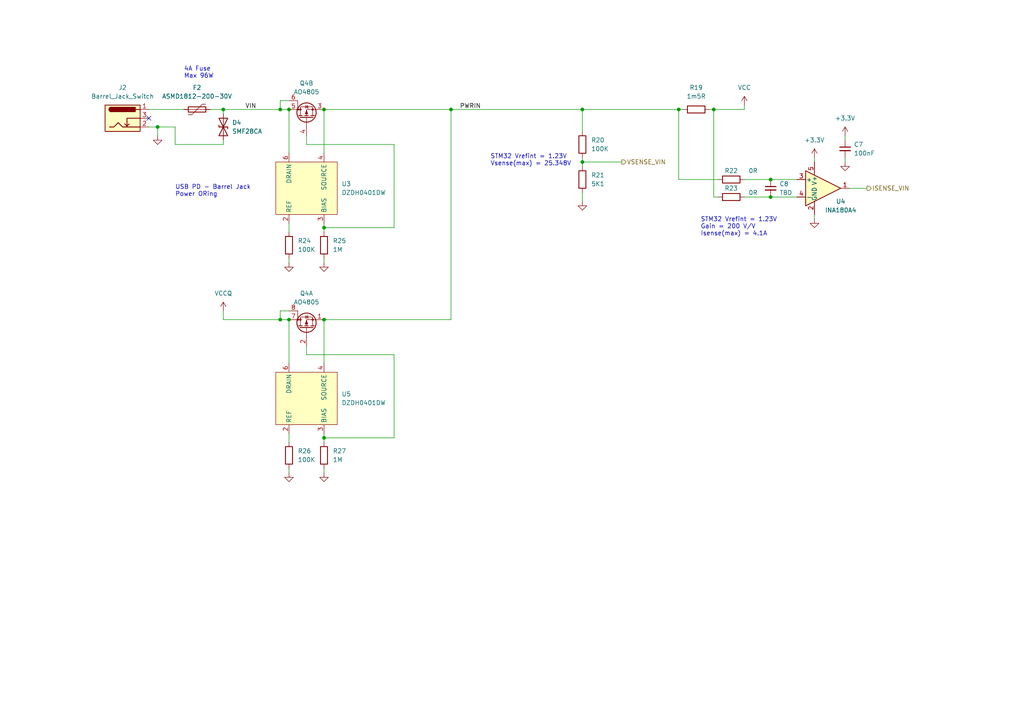
<source format=kicad_sch>
(kicad_sch (version 20211123) (generator eeschema)
  (paper "A4")
  (title_block (title "Dual Rail Breadboard Power Supply") (date "2023-06-11") (rev "1") (company "Sleepy Pony Labs"))
  (lib_symbols
    (symbol "Amplifier_Current:INA180A4" (pin_names (offset 0.127))
      (property "Reference" "U" (at 3.81 3.81 0))
      (property "Value" "INA180A4" (at 3.81 -2.54 0))
      (symbol "INA180A4_0_1"
        (polyline (pts (xy 5.08 0) (xy -5.08 5.08) (xy -5.08 -5.08) (xy 5.08 0)) (stroke (width 0.254)) (fill (type background)))
      )
      (symbol "INA180A4_1_1"
        (pin output line (at 7.62 0 180) (length 2.54) (name "~") (number "1"))
        (pin power_in line (at -2.54 -7.62 90) (length 3.81) (name "GND") (number "2"))
        (pin input line (at -7.62 2.54 0) (length 2.54) (name "+") (number "3"))
        (pin input line (at -7.62 -2.54 0) (length 2.54) (name "-") (number "4"))
        (pin power_in line (at -2.54 7.62 270) (length 3.81) (name "V+") (number "5"))
      )
    )
    (symbol "Connector:Barrel_Jack_Switch" (pin_names hide)
      (property "Reference" "J" (at 0 5.334 0))
      (property "Value" "Barrel_Jack_Switch" (at 0 -5.08 0))
      (symbol "Barrel_Jack_Switch_0_1"
        (rectangle (start -5.08 3.81) (end 5.08 -3.81) (stroke (width 0.254)) (fill (type background)))
        (arc (start -3.302 3.175) (mid -3.937 2.54) (end -3.302 1.905) (stroke (width 0.254)))
        (arc (start -3.302 3.175) (mid -3.937 2.54) (end -3.302 1.905) (stroke (width 0.254)) (fill (type outline)))
        (polyline (pts (xy 1.27 -2.286) (xy 1.905 -1.651)) (stroke (width 0.254)))
        (polyline (pts (xy 5.08 2.54) (xy 3.81 2.54)) (stroke (width 0.254)))
        (polyline (pts (xy 5.08 0) (xy 1.27 0) (xy 1.27 -2.286) (xy 0.635 -1.651)) (stroke (width 0.254)))
        (polyline (pts (xy -3.81 -2.54) (xy -2.54 -2.54) (xy -1.27 -1.27) (xy 0 -2.54) (xy 2.54 -2.54) (xy 5.08 -2.54)) (stroke (width 0.254)))
        (rectangle (start 3.683 3.175) (end -3.302 1.905) (stroke (width 0.254)) (fill (type outline)))
      )
      (symbol "Barrel_Jack_Switch_1_1"
        (pin passive line (at 7.62 2.54 180) (length 2.54) (name "~") (number "1"))
        (pin passive line (at 7.62 -2.54 180) (length 2.54) (name "~") (number "2"))
        (pin passive line (at 7.62 0 180) (length 2.54) (name "~") (number "3"))
      )
    )
    (symbol "Device:C_Small" (pin_numbers hide) (pin_names (offset 0.254) hide)
      (property "Reference" "C" (at 0.254 1.778 0))
      (property "Value" "C_Small" (at 0.254 -2.032 0))
      (symbol "C_Small_0_1"
        (polyline (pts (xy -1.524 -0.508) (xy 1.524 -0.508)) (stroke (width 0.3302)))
        (polyline (pts (xy -1.524 0.508) (xy 1.524 0.508)) (stroke (width 0.3048)))
      )
      (symbol "C_Small_1_1"
        (pin passive line (at 0 2.54 270) (length 2.032) (name "~") (number "1"))
        (pin passive line (at 0 -2.54 90) (length 2.032) (name "~") (number "2"))
      )
    )
    (symbol "Device:D_TVS" (pin_numbers hide) (pin_names (offset 1.016) hide)
      (property "Reference" "D" (at 0 2.54 0))
      (property "Value" "D_TVS" (at 0 -2.54 0))
      (symbol "D_TVS_0_1"
        (polyline (pts (xy 1.27 0) (xy -1.27 0)))
        (polyline (pts (xy 0.508 1.27) (xy 0 1.27) (xy 0 -1.27) (xy -0.508 -1.27)) (stroke (width 0.254)))
        (polyline (pts (xy -2.54 1.27) (xy -2.54 -1.27) (xy 2.54 1.27) (xy 2.54 -1.27) (xy -2.54 1.27)) (stroke (width 0.254)))
      )
      (symbol "D_TVS_1_1"
        (pin passive line (at -3.81 0 0) (length 2.54) (name "A1") (number "1"))
        (pin passive line (at 3.81 0 180) (length 2.54) (name "A2") (number "2"))
      )
    )
    (symbol "Device:Polyfuse" (pin_numbers hide) (pin_names (offset 0))
      (property "Reference" "F" (at -2.54 0 90))
      (property "Value" "Polyfuse" (at 2.54 0 90))
      (symbol "Polyfuse_0_1"
        (rectangle (start -0.762 2.54) (end 0.762 -2.54) (stroke (width 0.254)))
        (polyline (pts (xy 0 2.54) (xy 0 -2.54)))
        (polyline (pts (xy -1.524 2.54) (xy -1.524 1.524) (xy 1.524 -1.524) (xy 1.524 -2.54)))
      )
      (symbol "Polyfuse_1_1"
        (pin passive line (at 0 3.81 270) (length 1.27) (name "~") (number "1"))
        (pin passive line (at 0 -3.81 90) (length 1.27) (name "~") (number "2"))
      )
    )
    (symbol "Device:Q_Dual_PMOS_S1G1S2G2D2D2D1D1" (pin_names (offset 0) hide)
      (property "Reference" "Q" (at 6.35 1.27 0))
      (property "Value" "Q_Dual_PMOS_S1G1S2G2D2D2D1D1" (at 21.59 -1.27 0))
      (symbol "Q_Dual_PMOS_S1G1S2G2D2D2D1D1_0_1"
        (polyline (pts (xy 0.254 0) (xy -2.54 0)))
        (polyline (pts (xy 0.254 1.905) (xy 0.254 -1.905)) (stroke (width 0.254)))
        (polyline (pts (xy 0.762 -1.27) (xy 0.762 -2.286)) (stroke (width 0.254)))
        (polyline (pts (xy 0.762 0.508) (xy 0.762 -0.508)) (stroke (width 0.254)))
        (polyline (pts (xy 0.762 2.286) (xy 0.762 1.27)) (stroke (width 0.254)))
        (polyline (pts (xy 2.54 2.54) (xy 2.54 1.778)))
        (polyline (pts (xy 2.54 -2.54) (xy 2.54 0) (xy 0.762 0)))
        (polyline (pts (xy 0.762 1.778) (xy 3.302 1.778) (xy 3.302 -1.778) (xy 0.762 -1.778)))
        (polyline (pts (xy 2.286 0) (xy 1.27 0.381) (xy 1.27 -0.381) (xy 2.286 0)) (fill (type outline)))
        (polyline (pts (xy 2.794 -0.508) (xy 2.921 -0.381) (xy 3.683 -0.381) (xy 3.81 -0.254)))
        (polyline (pts (xy 3.302 -0.381) (xy 2.921 0.254) (xy 3.683 0.254) (xy 3.302 -0.381)))
        (circle (center 1.651 0) (radius 2.794) (stroke (width 0.254)))
        (circle (center 2.54 -1.778) (radius 0.254) (fill (type outline)))
        (circle (center 2.54 1.778) (radius 0.254) (fill (type outline)))
        (circle (center 2.54 2.54) (radius 0.254) (fill (type outline)))
        (rectangle (start 5.08 2.54) (end 2.54 2.54))
      )
      (symbol "Q_Dual_PMOS_S1G1S2G2D2D2D1D1_1_1"
        (pin passive line (at 2.54 -5.08 90) (length 2.54) (name "S") (number "1"))
        (pin input line (at -5.08 0 0) (length 2.54) (name "G") (number "2"))
        (pin passive line (at 2.54 5.08 270) (length 2.54) (name "D") (number "7"))
        (pin passive line (at 5.08 5.08 270) (length 2.54) (name "G") (number "8"))
      )
      (symbol "Q_Dual_PMOS_S1G1S2G2D2D2D1D1_2_1"
        (pin passive line (at 2.54 -5.08 90) (length 2.54) (name "S") (number "3"))
        (pin input line (at -5.08 0 0) (length 2.54) (name "G") (number "4"))
        (pin passive line (at 2.54 5.08 270) (length 2.54) (name "D") (number "5"))
        (pin passive line (at 5.08 5.08 270) (length 2.54) (name "G") (number "6"))
      )
    )
    (symbol "Device:R" (pin_numbers hide) (pin_names (offset 0))
      (property "Reference" "R" (at 2.032 0 90))
      (property "Value" "R" (at 0 0 90))
      (symbol "R_0_1"
        (rectangle (start -1.016 -2.54) (end 1.016 2.54) (stroke (width 0.254)))
      )
      (symbol "R_1_1"
        (pin passive line (at 0 3.81 270) (length 1.27) (name "~") (number "1"))
        (pin passive line (at 0 -3.81 90) (length 1.27) (name "~") (number "2"))
      )
    )
    (symbol "breadboard_supply:DZDH0401DW"
      (property "Reference" "U" (at 16.51 1.27 0))
      (property "Value" "DZDH0401DW" (at 16.51 -1.27 0))
      (symbol "DZDH0401DW_0_0"
        (pin no_connect line (at -11.43 1.27 0) (length 2.54) hide (name "NC") (number "1"))
        (pin input line (at -5.08 -10.16 90) (length 2.54) (name "REF") (number "2"))
        (pin input line (at 5.08 -10.16 90) (length 2.54) (name "BIAS") (number "3"))
        (pin input line (at 5.08 10.16 270) (length 2.54) (name "SOURCE") (number "4"))
        (pin no_connect line (at -11.43 -1.27 0) (length 2.54) hide (name "NC") (number "5"))
        (pin input line (at -5.08 10.16 270) (length 2.54) (name "DRAIN") (number "6"))
      )
      (symbol "DZDH0401DW_0_1"
        (rectangle (start -8.89 7.62) (end 8.89 -7.62) (fill (type background)))
      )
    )
    (symbol "power:+3.3V" (power) (pin_names (offset 0))
      (property "Value" "+3.3V" (at 0 3.556 0))
      (symbol "+3.3V_0_1"
        (polyline (pts (xy -0.762 1.27) (xy 0 2.54)))
        (polyline (pts (xy 0 0) (xy 0 2.54)))
        (polyline (pts (xy 0 2.54) (xy 0.762 1.27)))
      )
      (symbol "+3.3V_1_1"
        (pin power_in line (at 0 0 90) (length 0) hide (name "+3.3V") (number "1"))
      )
    )
    (symbol "power:GND" (power) (pin_names (offset 0))
      (property "Value" "GND" (at 0 -3.81 0))
      (symbol "GND_0_1"
        (polyline (pts (xy 0 0) (xy 0 -1.27) (xy 1.27 -1.27) (xy 0 -2.54) (xy -1.27 -1.27) (xy 0 -1.27)))
      )
      (symbol "GND_1_1"
        (pin power_in line (at 0 0 270) (length 0) hide (name "GND") (number "1"))
      )
    )
    (symbol "power:VCC" (power) (pin_names (offset 0))
      (property "Value" "VCC" (at 0 3.81 0))
      (symbol "VCC_0_1"
        (polyline (pts (xy -0.762 1.27) (xy 0 2.54)))
        (polyline (pts (xy 0 0) (xy 0 2.54)))
        (polyline (pts (xy 0 2.54) (xy 0.762 1.27)))
      )
      (symbol "VCC_1_1"
        (pin power_in line (at 0 0 90) (length 0) hide (name "VCC") (number "1"))
      )
    )
    (symbol "power:VCCQ" (power) (pin_names (offset 0))
      (property "Value" "VCCQ" (at 0 3.81 0))
      (symbol "VCCQ_0_1"
        (polyline (pts (xy -0.762 1.27) (xy 0 2.54)))
        (polyline (pts (xy 0 0) (xy 0 2.54)))
        (polyline (pts (xy 0 2.54) (xy 0.762 1.27)))
      )
      (symbol "VCCQ_1_1"
        (pin power_in line (at 0 0 90) (length 0) hide (name "VCCQ") (number "1"))
      )
    )
  )
  (junction (at 168.91 46.99))
  (junction (at 207.01 31.75))
  (junction (at 93.98 66.04))
  (junction (at 93.98 92.71))
  (junction (at 223.52 57.15))
  (junction (at 93.98 127))
  (junction (at 223.52 52.07))
  (junction (at 196.85 31.75))
  (junction (at 93.98 31.75))
  (junction (at 81.28 92.71))
  (junction (at 83.82 31.75))
  (junction (at 130.81 31.75))
  (junction (at 83.82 92.71))
  (junction (at 45.72 36.83))
  (junction (at 81.28 31.75))
  (junction (at 168.91 31.75))
  (junction (at 64.77 31.75))
  (no_connect (at 43.18 34.29))
  (wire (pts (xy 168.91 45.72) (xy 168.91 46.99)))
  (wire (pts (xy 205.74 31.75) (xy 207.01 31.75)))
  (wire (pts (xy 93.98 127) (xy 93.98 128.27)))
  (wire (pts (xy 83.82 31.75) (xy 83.82 44.45)))
  (wire (pts (xy 83.82 31.75) (xy 81.28 31.75)))
  (wire (pts (xy 130.81 31.75) (xy 168.91 31.75)))
  (wire (pts (xy 81.28 92.71) (xy 81.28 90.17)))
  (wire (pts (xy 93.98 66.04) (xy 93.98 67.31)))
  (wire (pts (xy 93.98 31.75) (xy 130.81 31.75)))
  (wire (pts (xy 81.28 29.21) (xy 83.82 29.21)))
  (wire (pts (xy 207.01 57.15) (xy 208.28 57.15)))
  (wire (pts (xy 168.91 31.75) (xy 196.85 31.75)))
  (wire (pts (xy 196.85 31.75) (xy 198.12 31.75)))
  (wire (pts (xy 83.82 64.77) (xy 83.82 67.31)))
  (wire (pts (xy 43.18 36.83) (xy 45.72 36.83)))
  (wire (pts (xy 50.8 36.83) (xy 45.72 36.83)))
  (wire (pts (xy 45.72 36.83) (xy 45.72 39.37)))
  (wire (pts (xy 93.98 66.04) (xy 114.3 66.04)))
  (wire (pts (xy 223.52 57.15) (xy 231.14 57.15)))
  (wire (pts (xy 93.98 125.73) (xy 93.98 127)))
  (wire (pts (xy 50.8 41.91) (xy 50.8 36.83)))
  (wire (pts (xy 64.77 41.91) (xy 64.77 40.64)))
  (wire (pts (xy 114.3 41.91) (xy 88.9 41.91)))
  (wire (pts (xy 114.3 127) (xy 114.3 102.87)))
  (wire (pts (xy 245.11 39.37) (xy 245.11 40.64)))
  (wire (pts (xy 246.38 54.61) (xy 251.46 54.61)))
  (wire (pts (xy 83.82 125.73) (xy 83.82 128.27)))
  (wire (pts (xy 168.91 46.99) (xy 180.34 46.99)))
  (wire (pts (xy 93.98 31.75) (xy 93.98 44.45)))
  (wire (pts (xy 60.96 31.75) (xy 64.77 31.75)))
  (wire (pts (xy 196.85 52.07) (xy 196.85 31.75)))
  (wire (pts (xy 130.81 92.71) (xy 130.81 31.75)))
  (wire (pts (xy 81.28 92.71) (xy 64.77 92.71)))
  (wire (pts (xy 64.77 41.91) (xy 50.8 41.91)))
  (wire (pts (xy 43.18 31.75) (xy 53.34 31.75)))
  (wire (pts (xy 168.91 46.99) (xy 168.91 48.26)))
  (wire (pts (xy 236.22 45.72) (xy 236.22 46.99)))
  (wire (pts (xy 83.82 74.93) (xy 83.82 76.2)))
  (wire (pts (xy 245.11 46.99) (xy 245.11 45.72)))
  (wire (pts (xy 208.28 52.07) (xy 196.85 52.07)))
  (wire (pts (xy 168.91 31.75) (xy 168.91 38.1)))
  (wire (pts (xy 93.98 92.71) (xy 93.98 105.41)))
  (wire (pts (xy 93.98 127) (xy 114.3 127)))
  (wire (pts (xy 215.9 31.75) (xy 215.9 30.48)))
  (wire (pts (xy 88.9 41.91) (xy 88.9 39.37)))
  (wire (pts (xy 64.77 31.75) (xy 64.77 33.02)))
  (wire (pts (xy 93.98 92.71) (xy 130.81 92.71)))
  (wire (pts (xy 215.9 57.15) (xy 223.52 57.15)))
  (wire (pts (xy 83.82 92.71) (xy 81.28 92.71)))
  (wire (pts (xy 215.9 52.07) (xy 223.52 52.07)))
  (wire (pts (xy 236.22 62.23) (xy 236.22 63.5)))
  (wire (pts (xy 88.9 102.87) (xy 88.9 100.33)))
  (wire (pts (xy 64.77 92.71) (xy 64.77 90.17)))
  (wire (pts (xy 83.82 92.71) (xy 83.82 105.41)))
  (wire (pts (xy 93.98 74.93) (xy 93.98 76.2)))
  (wire (pts (xy 168.91 55.88) (xy 168.91 58.42)))
  (wire (pts (xy 81.28 31.75) (xy 81.28 29.21)))
  (wire (pts (xy 114.3 102.87) (xy 88.9 102.87)))
  (wire (pts (xy 81.28 90.17) (xy 83.82 90.17)))
  (wire (pts (xy 83.82 135.89) (xy 83.82 137.16)))
  (wire (pts (xy 207.01 31.75) (xy 207.01 57.15)))
  (wire (pts (xy 114.3 66.04) (xy 114.3 41.91)))
  (wire (pts (xy 93.98 135.89) (xy 93.98 137.16)))
  (wire (pts (xy 207.01 31.75) (xy 215.9 31.75)))
  (wire (pts (xy 93.98 64.77) (xy 93.98 66.04)))
  (wire (pts (xy 64.77 31.75) (xy 81.28 31.75)))
  (wire (pts (xy 223.52 52.07) (xy 231.14 52.07)))
  (text "4A Fuse\nMax 96W" (at 53.34 22.86 0) (effects (font (size 1.27 1.27)) (justify left bottom)))
  (text "STM32 Vrefint = 1.23V\nVsense(max) = 25.348V" (at 142.24 48.26 0) (effects (font (size 1.27 1.27)) (justify left bottom)))
  (text "STM32 Vrefint = 1.23V\nGain = 200 V/V\nIsense(max) = 4.1A" (at 203.2 68.58 0) (effects (font (size 1.27 1.27)) (justify left bottom)))
  (text "USB PD - Barrel Jack\nPower ORing" (at 50.8 57.15 0) (effects (font (size 1.27 1.27)) (justify left bottom)))
  (label "VIN" (at 71.12 31.75 0))
  (label "PWRIN" (at 133.35 31.75 0))
  (hierarchical_label "ISENSE_VIN" (shape output) (at 251.46 54.61 0))
  (hierarchical_label "VSENSE_VIN" (shape output) (at 180.34 46.99 0))
  (symbol (lib_id "power:GND") (at 45.72 39.37 0) (unit 1)
    (property "Reference" "#PWR025" (effects hide))
    (property "Value" "GND" (effects hide))
  )
  (symbol (lib_id "power:GND") (at 93.98 76.2 0) (unit 1)
    (property "Reference" "#PWR032" (effects hide))
    (property "Value" "GND" (effects hide))
  )
  (symbol (lib_id "Device:R") (at 93.98 132.08 0) (unit 1)
    (property "Reference" "R27" (at 96.52 130.8099 0) (effects (justify left)))
    (property "Value" "1M" (at 96.52 133.3499 0) (effects (justify left)))
    (property "Footprint" "Resistor_SMD:R_0603_1608Metric" (effects hide))
    (property "MPN" "1M 1%" (effects hide))
  )
  (symbol (lib_id "Device:Q_Dual_PMOS_S1G1S2G2D2D2D1D1") (at 88.9 95.25 90) (unit 1)
    (property "Reference" "Q4" (at 88.9 85.09 90))
    (property "Value" "AO4805" (at 88.9 87.63 90))
    (property "Footprint" "Package_SO:SOIC-8_3.9x4.9mm_P1.27mm" (effects hide))
    (property "MPN" "AO4805" (effects hide))
  )
  (symbol (lib_id "Device:C_Small") (at 223.52 54.61 0) (unit 1)
    (property "Reference" "C8" (at 226.06 53.3462 0) (effects (justify left)))
    (property "Value" "TBD" (at 226.06 55.8862 0) (effects (justify left)))
    (property "Footprint" "Capacitor_SMD:C_0603_1608Metric" (effects hide))
  )
  (symbol (lib_id "Connector:Barrel_Jack_Switch") (at 35.56 34.29 0) (unit 1)
    (property "Reference" "J2" (at 35.56 25.4 0))
    (property "Value" "Barrel_Jack_Switch" (at 35.56 27.94 0))
    (property "Footprint" "Connector_BarrelJack:BarrelJack_Horizontal" (effects hide))
    (property "MPN" "DC-005-5A-2.0" (effects hide))
  )
  (symbol (lib_id "power:GND") (at 93.98 137.16 0) (unit 1)
    (property "Reference" "#PWR035" (effects hide))
    (property "Value" "GND" (effects hide))
  )
  (symbol (lib_id "power:GND") (at 245.11 46.99 0) (unit 1)
    (property "Reference" "#PWR028" (effects hide))
    (property "Value" "GND" (effects hide))
  )
  (symbol (lib_id "power:GND") (at 83.82 137.16 0) (unit 1)
    (property "Reference" "#PWR034" (effects hide))
    (property "Value" "GND" (effects hide))
  )
  (symbol (lib_id "Amplifier_Current:INA180A4") (at 238.76 54.61 0) (unit 1)
    (property "Reference" "U4" (at 243.84 58.42 0))
    (property "Value" "INA180A4" (at 243.84 60.96 0))
    (property "Footprint" "Package_TO_SOT_SMD:SOT-23-5" (effects hide))
    (property "Datasheet" "http://www.ti.com/lit/ds/symlink/ina180.pdf" (effects hide))
    (property "MPN" "INA180A4IDBVR" (effects hide))
  )
  (symbol (lib_id "power:+3.3V") (at 245.11 39.37 0) (unit 1)
    (property "Reference" "#PWR026" (effects hide))
    (property "Value" "+3.3V" (at 245.11 34.29 0))
  )
  (symbol (lib_id "Device:Q_Dual_PMOS_S1G1S2G2D2D2D1D1") (at 88.9 34.29 90) (unit 2)
    (property "Reference" "Q4" (at 88.9 24.13 90))
    (property "Value" "AO4805" (at 88.9 26.67 90))
    (property "Footprint" "Package_SO:SOIC-8_3.9x4.9mm_P1.27mm" (effects hide))
    (property "MPN" "AO4805" (effects hide))
  )
  (symbol (lib_id "Device:R") (at 93.98 71.12 0) (unit 1)
    (property "Reference" "R25" (at 96.52 69.8499 0) (effects (justify left)))
    (property "Value" "1M" (at 96.52 72.3899 0) (effects (justify left)))
    (property "Footprint" "Resistor_SMD:R_0603_1608Metric" (effects hide))
    (property "MPN" "1M 1%" (effects hide))
  )
  (symbol (lib_id "power:GND") (at 168.91 58.42 0) (unit 1)
    (property "Reference" "#PWR029" (effects hide))
    (property "Value" "GND" (effects hide))
  )
  (symbol (lib_id "Device:R") (at 212.09 52.07 90) (unit 1)
    (property "Reference" "R22" (at 212.09 49.53 90))
    (property "Value" "0R" (at 218.44 49.53 90))
    (property "Footprint" "Resistor_SMD:R_0603_1608Metric" (effects hide))
    (property "MPN" "0R 1%" (effects hide))
  )
  (symbol (lib_id "power:GND") (at 236.22 63.5 0) (unit 1)
    (property "Reference" "#PWR030" (effects hide))
    (property "Value" "GND" (effects hide))
  )
  (symbol (lib_id "power:VCC") (at 215.9 30.48 0) (unit 1)
    (property "Reference" "#PWR024" (effects hide))
    (property "Value" "VCC" (at 215.9 25.4 0))
  )
  (symbol (lib_id "power:GND") (at 83.82 76.2 0) (unit 1)
    (property "Reference" "#PWR031" (effects hide))
    (property "Value" "GND" (effects hide))
  )
  (symbol (lib_id "Device:R") (at 83.82 132.08 0) (unit 1)
    (property "Reference" "R26" (at 86.36 130.8099 0) (effects (justify left)))
    (property "Value" "100K" (at 86.36 133.3499 0) (effects (justify left)))
    (property "Footprint" "Resistor_SMD:R_0603_1608Metric" (effects hide))
    (property "MPN" "100K 1%" (effects hide))
  )
  (symbol (lib_id "power:VCCQ") (at 64.77 90.17 0) (unit 1)
    (property "Reference" "#PWR033" (effects hide))
    (property "Value" "VCCQ" (at 64.77 85.09 0))
  )
  (symbol (lib_id "breadboard_supply:DZDH0401DW") (at 88.9 115.57 0) (unit 1)
    (property "Reference" "U5" (at 99.06 114.2999 0) (effects (justify left)))
    (property "Value" "DZDH0401DW" (at 99.06 116.8399 0) (effects (justify left)))
    (property "Footprint" "Package_TO_SOT_SMD:SOT-363_SC-70-6" (effects hide))
    (property "Datasheet" "https://www.diodes.com/assets/Datasheets/DZDH0401DW.pdf" (effects hide))
    (property "MPN" "DZDH0401DW-7" (effects hide))
  )
  (symbol (lib_id "Device:R") (at 168.91 41.91 0) (unit 1)
    (property "Reference" "R20" (at 171.45 40.6399 0) (effects (justify left)))
    (property "Value" "100K" (at 171.45 43.1799 0) (effects (justify left)))
    (property "Footprint" "Resistor_SMD:R_0603_1608Metric" (effects hide))
    (property "MPN" "100K 1%" (effects hide))
  )
  (symbol (lib_id "Device:R") (at 212.09 57.15 90) (unit 1)
    (property "Reference" "R23" (at 212.09 54.61 90))
    (property "Value" "0R" (at 218.44 55.88 90))
    (property "Footprint" "Resistor_SMD:R_0603_1608Metric" (effects hide))
    (property "MPN" "0R 1%" (effects hide))
  )
  (symbol (lib_id "Device:R") (at 201.93 31.75 90) (unit 1)
    (property "Reference" "R19" (at 201.93 25.4 90))
    (property "Value" "1m5R" (at 201.93 27.94 90))
    (property "Footprint" "Resistor_SMD:R_2512_6332Metric" (effects hide))
    (property "MPN" "1m5R 1%" (effects hide))
  )
  (symbol (lib_id "breadboard_supply:DZDH0401DW") (at 88.9 54.61 0) (unit 1)
    (property "Reference" "U3" (at 99.06 53.3399 0) (effects (justify left)))
    (property "Value" "DZDH0401DW" (at 99.06 55.8799 0) (effects (justify left)))
    (property "Footprint" "Package_TO_SOT_SMD:SOT-363_SC-70-6" (effects hide))
    (property "Datasheet" "https://www.diodes.com/assets/Datasheets/DZDH0401DW.pdf" (effects hide))
    (property "MPN" "DZDH0401DW-7" (effects hide))
  )
  (symbol (lib_id "Device:R") (at 168.91 52.07 0) (unit 1)
    (property "Reference" "R21" (at 171.45 50.7999 0) (effects (justify left)))
    (property "Value" "5K1" (at 171.45 53.3399 0) (effects (justify left)))
    (property "Footprint" "Resistor_SMD:R_0603_1608Metric" (effects hide))
    (property "MPN" "5K1 1%" (effects hide))
  )
  (symbol (lib_id "Device:C_Small") (at 245.11 43.18 0) (unit 1)
    (property "Reference" "C7" (at 247.65 41.9162 0) (effects (justify left)))
    (property "Value" "100nF" (at 247.65 44.4562 0) (effects (justify left)))
    (property "Footprint" "Capacitor_SMD:C_0603_1608Metric" (effects hide))
    (property "MPN" "100nF 50V X7R" (effects hide))
  )
  (symbol (lib_id "Device:D_TVS") (at 64.77 36.83 90) (unit 1)
    (property "Reference" "D4" (at 67.31 35.5599 90) (effects (justify right)))
    (property "Value" "SMF28CA" (at 67.31 38.0999 90) (effects (justify right)))
    (property "Footprint" "Diode_SMD:D_SOD-123" (effects hide))
    (property "MPN" "SMF28CA" (effects hide))
  )
  (symbol (lib_id "Device:R") (at 83.82 71.12 0) (unit 1)
    (property "Reference" "R24" (at 86.36 69.8499 0) (effects (justify left)))
    (property "Value" "100K" (at 86.36 72.3899 0) (effects (justify left)))
    (property "Footprint" "Resistor_SMD:R_0603_1608Metric" (effects hide))
    (property "MPN" "100K 1%" (effects hide))
  )
  (symbol (lib_id "power:+3.3V") (at 236.22 45.72 0) (unit 1)
    (property "Reference" "#PWR027" (effects hide))
    (property "Value" "+3.3V" (at 236.22 40.64 0))
  )
  (symbol (lib_id "Device:Polyfuse") (at 57.15 31.75 90) (unit 1)
    (property "Reference" "F2" (at 57.15 25.4 90))
    (property "Value" "ASMD1812-200-30V" (at 57.15 27.94 90))
    (property "Footprint" "Fuse:Fuse_1812_4532Metric" (effects hide))
    (property "MPN" "ASMD1812-200-30V" (effects hide))
  )
)
</source>
